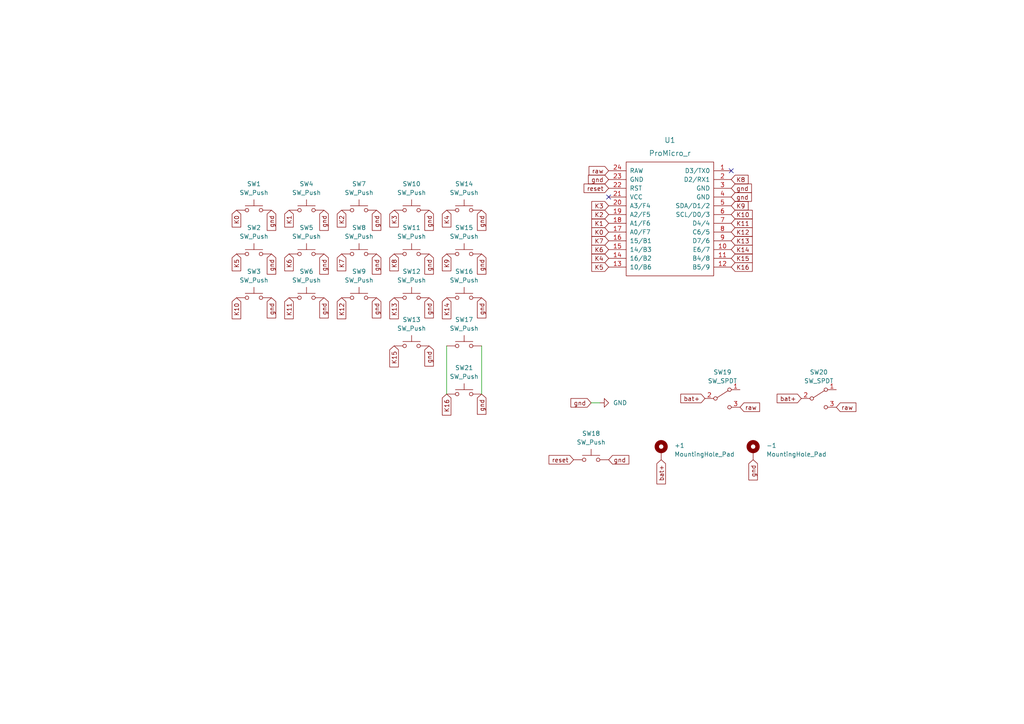
<source format=kicad_sch>
(kicad_sch (version 20210621) (generator eeschema)
  (paper "A4")
  (lib_symbols
    (symbol "Mechanical:MountingHole_Pad" (pin_numbers hide) (pin_names (offset 1.016) hide)
      (property "Reference" "H" (at 0 6.35 0))
      (property "Value" "MountingHole_Pad" (at 0 4.445 0))
      (symbol "MountingHole_Pad_0_1"
        (circle (center 0 1.27) (radius 1.27) (stroke (width 1.27)) (stroke (width 1.27)))
      )
      (symbol "MountingHole_Pad_1_1"
        (pin input line (at 0 -2.54 90) (length 2.54) (name "1") (number "1"))
      )
    )
    (symbol "Switch:SW_Push" (pin_numbers hide) (pin_names (offset 1.016) hide)
      (property "Reference" "SW" (at 1.27 2.54 0))
      (property "Value" "SW_Push" (at 0 -1.524 0))
      (symbol "SW_Push_0_1"
        (circle (center -2.032 0) (radius 0.508))
        (polyline (pts (xy 0 1.27) (xy 0 3.048)))
        (polyline (pts (xy 2.54 1.27) (xy -2.54 1.27)))
        (circle (center 2.032 0) (radius 0.508))
        (pin passive line (at -5.08 0 0) (length 2.54) (name "1") (number "1"))
        (pin passive line (at 5.08 0 180) (length 2.54) (name "2") (number "2"))
      )
    )
    (symbol "Switch:SW_SPDT" (pin_names (offset 0) hide)
      (property "Reference" "SW" (at 0 4.318 0))
      (property "Value" "SW_SPDT" (at 0 -5.08 0))
      (symbol "SW_SPDT_0_0"
        (circle (center -2.032 0) (radius 0.508))
        (circle (center 2.032 -2.54) (radius 0.508))
      )
      (symbol "SW_SPDT_0_1"
        (polyline (pts (xy -1.524 0.254) (xy 1.651 2.286)))
        (circle (center 2.032 2.54) (radius 0.508))
      )
      (symbol "SW_SPDT_1_1"
        (pin passive line (at 5.08 2.54 180) (length 2.54) (name "A") (number "1"))
        (pin passive line (at -5.08 0 0) (length 2.54) (name "B") (number "2"))
        (pin passive line (at 5.08 -2.54 180) (length 2.54) (name "C") (number "3"))
      )
    )
    (symbol "kbd:ProMicro_r" (pin_names (offset 1.016))
      (property "Reference" "U" (at 1.27 22.86 0))
      (property "Value" "ProMicro_r" (at 1.27 -15.24 0))
      (symbol "ProMicro_r_0_1"
        (rectangle (start 13.97 20.32) (end -11.43 -12.7))
      )
      (symbol "ProMicro_r_1_1"
        (pin bidirectional line (at 19.05 17.78 180) (length 5.08) (name "D3/TX0") (number "1"))
        (pin bidirectional line (at 19.05 -5.08 180) (length 5.08) (name "E6/7") (number "10"))
        (pin bidirectional line (at 19.05 -7.62 180) (length 5.08) (name "B4/8") (number "11"))
        (pin bidirectional line (at 19.05 -10.16 180) (length 5.08) (name "B5/9") (number "12"))
        (pin bidirectional line (at -16.51 -10.16 0) (length 5.08) (name "10/B6") (number "13"))
        (pin bidirectional line (at -16.51 -7.62 0) (length 5.08) (name "16/B2") (number "14"))
        (pin bidirectional line (at -16.51 -5.08 0) (length 5.08) (name "14/B3") (number "15"))
        (pin bidirectional line (at -16.51 -2.54 0) (length 5.08) (name "15/B1") (number "16"))
        (pin bidirectional line (at -16.51 0 0) (length 5.08) (name "A0/F7") (number "17"))
        (pin bidirectional line (at -16.51 2.54 0) (length 5.08) (name "A1/F6") (number "18"))
        (pin bidirectional line (at -16.51 5.08 0) (length 5.08) (name "A2/F5") (number "19"))
        (pin bidirectional line (at 19.05 15.24 180) (length 5.08) (name "D2/RX1") (number "2"))
        (pin bidirectional line (at -16.51 7.62 0) (length 5.08) (name "A3/F4") (number "20"))
        (pin power_in line (at -16.51 10.16 0) (length 5.08) (name "VCC") (number "21"))
        (pin input line (at -16.51 12.7 0) (length 5.08) (name "RST") (number "22"))
        (pin power_in line (at -16.51 15.24 0) (length 5.08) (name "GND") (number "23"))
        (pin power_out line (at -16.51 17.78 0) (length 5.08) (name "RAW") (number "24"))
        (pin power_in line (at 19.05 12.7 180) (length 5.08) (name "GND") (number "3"))
        (pin power_in line (at 19.05 10.16 180) (length 5.08) (name "GND") (number "4"))
        (pin bidirectional line (at 19.05 7.62 180) (length 5.08) (name "SDA/D1/2") (number "5"))
        (pin bidirectional line (at 19.05 5.08 180) (length 5.08) (name "SCL/D0/3") (number "6"))
        (pin bidirectional line (at 19.05 2.54 180) (length 5.08) (name "D4/4") (number "7"))
        (pin bidirectional line (at 19.05 0 180) (length 5.08) (name "C6/5") (number "8"))
        (pin bidirectional line (at 19.05 -2.54 180) (length 5.08) (name "D7/6") (number "9"))
      )
    )
    (symbol "power:GND" (power) (pin_names (offset 0))
      (property "Value" "GND" (at 0 -3.81 0))
      (symbol "GND_0_1"
        (polyline (pts (xy 0 0) (xy 0 -1.27) (xy 1.27 -1.27) (xy 0 -2.54) (xy -1.27 -1.27) (xy 0 -1.27)))
      )
      (symbol "GND_1_1"
        (pin power_in line (at 0 0 270) (length 0) hide (name "GND") (number "1"))
      )
    )
  )
  (no_connect (at 176.53 57.15))
  (no_connect (at 212.09 49.53))
  (wire (pts (xy 129.54 100.33) (xy 129.54 114.3)))
  (wire (pts (xy 139.7 100.33) (xy 139.7 114.3)))
  (wire (pts (xy 171.45 116.84) (xy 173.99 116.84)))
  (global_label "K0" (shape input) (at 68.58 60.96 270) (property "Intersheet References" "${INTERSHEET_REFS}" (effects hide)))
  (global_label "K5" (shape input) (at 68.58 73.66 270) (property "Intersheet References" "${INTERSHEET_REFS}" (effects hide)))
  (global_label "K10" (shape input) (at 68.58 86.36 270) (property "Intersheet References" "${INTERSHEET_REFS}" (effects hide)))
  (global_label "gnd" (shape input) (at 78.74 60.96 270) (property "Intersheet References" "${INTERSHEET_REFS}" (effects hide)))
  (global_label "gnd" (shape input) (at 78.74 73.66 270) (property "Intersheet References" "${INTERSHEET_REFS}" (effects hide)))
  (global_label "gnd" (shape input) (at 78.74 86.36 270) (property "Intersheet References" "${INTERSHEET_REFS}" (effects hide)))
  (global_label "K1" (shape input) (at 83.82 60.96 270) (property "Intersheet References" "${INTERSHEET_REFS}" (effects hide)))
  (global_label "K6" (shape input) (at 83.82 73.66 270) (property "Intersheet References" "${INTERSHEET_REFS}" (effects hide)))
  (global_label "K11" (shape input) (at 83.82 86.36 270) (property "Intersheet References" "${INTERSHEET_REFS}" (effects hide)))
  (global_label "gnd" (shape input) (at 93.98 60.96 270) (property "Intersheet References" "${INTERSHEET_REFS}" (effects hide)))
  (global_label "gnd" (shape input) (at 93.98 73.66 270) (property "Intersheet References" "${INTERSHEET_REFS}" (effects hide)))
  (global_label "gnd" (shape input) (at 93.98 86.36 270) (property "Intersheet References" "${INTERSHEET_REFS}" (effects hide)))
  (global_label "K2" (shape input) (at 99.06 60.96 270) (property "Intersheet References" "${INTERSHEET_REFS}" (effects hide)))
  (global_label "K7" (shape input) (at 99.06 73.66 270) (property "Intersheet References" "${INTERSHEET_REFS}" (effects hide)))
  (global_label "K12" (shape input) (at 99.06 86.36 270) (property "Intersheet References" "${INTERSHEET_REFS}" (effects hide)))
  (global_label "gnd" (shape input) (at 109.22 60.96 270) (property "Intersheet References" "${INTERSHEET_REFS}" (effects hide)))
  (global_label "gnd" (shape input) (at 109.22 73.66 270) (property "Intersheet References" "${INTERSHEET_REFS}" (effects hide)))
  (global_label "gnd" (shape input) (at 109.22 86.36 270) (property "Intersheet References" "${INTERSHEET_REFS}" (effects hide)))
  (global_label "K3" (shape input) (at 114.3 60.96 270) (property "Intersheet References" "${INTERSHEET_REFS}" (effects hide)))
  (global_label "K8" (shape input) (at 114.3 73.66 270) (property "Intersheet References" "${INTERSHEET_REFS}" (effects hide)))
  (global_label "K13" (shape input) (at 114.3 86.36 270) (property "Intersheet References" "${INTERSHEET_REFS}" (effects hide)))
  (global_label "K15" (shape input) (at 114.3 100.33 270) (property "Intersheet References" "${INTERSHEET_REFS}" (effects hide)))
  (global_label "gnd" (shape input) (at 124.46 60.96 270) (property "Intersheet References" "${INTERSHEET_REFS}" (effects hide)))
  (global_label "gnd" (shape input) (at 124.46 73.66 270) (property "Intersheet References" "${INTERSHEET_REFS}" (effects hide)))
  (global_label "gnd" (shape input) (at 124.46 86.36 270) (property "Intersheet References" "${INTERSHEET_REFS}" (effects hide)))
  (global_label "gnd" (shape input) (at 124.46 100.33 270) (property "Intersheet References" "${INTERSHEET_REFS}" (effects hide)))
  (global_label "K4" (shape input) (at 129.54 60.96 270) (property "Intersheet References" "${INTERSHEET_REFS}" (effects hide)))
  (global_label "K9" (shape input) (at 129.54 73.66 270) (property "Intersheet References" "${INTERSHEET_REFS}" (effects hide)))
  (global_label "K14" (shape input) (at 129.54 86.36 270) (property "Intersheet References" "${INTERSHEET_REFS}" (effects hide)))
  (global_label "K16" (shape input) (at 129.54 114.3 270) (property "Intersheet References" "${INTERSHEET_REFS}" (effects hide)))
  (global_label "gnd" (shape input) (at 139.7 60.96 270) (property "Intersheet References" "${INTERSHEET_REFS}" (effects hide)))
  (global_label "gnd" (shape input) (at 139.7 73.66 270) (property "Intersheet References" "${INTERSHEET_REFS}" (effects hide)))
  (global_label "gnd" (shape input) (at 139.7 86.36 270) (property "Intersheet References" "${INTERSHEET_REFS}" (effects hide)))
  (global_label "gnd" (shape input) (at 139.7 114.3 270) (property "Intersheet References" "${INTERSHEET_REFS}" (effects hide)))
  (global_label "reset" (shape input) (at 166.37 133.35 180) (property "Intersheet References" "${INTERSHEET_REFS}" (effects hide)))
  (global_label "gnd" (shape input) (at 171.45 116.84 180) (property "Intersheet References" "${INTERSHEET_REFS}" (effects hide)))
  (global_label "raw" (shape input) (at 176.53 49.53 180) (property "Intersheet References" "${INTERSHEET_REFS}" (effects hide)))
  (global_label "gnd" (shape input) (at 176.53 52.07 180) (property "Intersheet References" "${INTERSHEET_REFS}" (effects hide)))
  (global_label "reset" (shape input) (at 176.53 54.61 180) (property "Intersheet References" "${INTERSHEET_REFS}" (effects hide)))
  (global_label "K3" (shape input) (at 176.53 59.69 180) (property "Intersheet References" "${INTERSHEET_REFS}" (effects hide)))
  (global_label "K2" (shape input) (at 176.53 62.23 180) (property "Intersheet References" "${INTERSHEET_REFS}" (effects hide)))
  (global_label "K1" (shape input) (at 176.53 64.77 180) (property "Intersheet References" "${INTERSHEET_REFS}" (effects hide)))
  (global_label "K0" (shape input) (at 176.53 67.31 180) (property "Intersheet References" "${INTERSHEET_REFS}" (effects hide)))
  (global_label "K7" (shape input) (at 176.53 69.85 180) (property "Intersheet References" "${INTERSHEET_REFS}" (effects hide)))
  (global_label "K6" (shape input) (at 176.53 72.39 180) (property "Intersheet References" "${INTERSHEET_REFS}" (effects hide)))
  (global_label "K4" (shape input) (at 176.53 74.93 180) (property "Intersheet References" "${INTERSHEET_REFS}" (effects hide)))
  (global_label "K5" (shape input) (at 176.53 77.47 180) (property "Intersheet References" "${INTERSHEET_REFS}" (effects hide)))
  (global_label "gnd" (shape input) (at 176.53 133.35 0) (property "Intersheet References" "${INTERSHEET_REFS}" (effects hide)))
  (global_label "bat+" (shape input) (at 191.77 133.35 270) (property "Intersheet References" "${INTERSHEET_REFS}" (effects hide)))
  (global_label "bat+" (shape input) (at 204.47 115.57 180) (property "Intersheet References" "${INTERSHEET_REFS}" (effects hide)))
  (global_label "K8" (shape input) (at 212.09 52.07 0) (property "Intersheet References" "${INTERSHEET_REFS}" (effects hide)))
  (global_label "gnd" (shape input) (at 212.09 54.61 0) (property "Intersheet References" "${INTERSHEET_REFS}" (effects hide)))
  (global_label "gnd" (shape input) (at 212.09 57.15 0) (property "Intersheet References" "${INTERSHEET_REFS}" (effects hide)))
  (global_label "K9" (shape input) (at 212.09 59.69 0) (property "Intersheet References" "${INTERSHEET_REFS}" (effects hide)))
  (global_label "K10" (shape input) (at 212.09 62.23 0) (property "Intersheet References" "${INTERSHEET_REFS}" (effects hide)))
  (global_label "K11" (shape input) (at 212.09 64.77 0) (property "Intersheet References" "${INTERSHEET_REFS}" (effects hide)))
  (global_label "K12" (shape input) (at 212.09 67.31 0) (property "Intersheet References" "${INTERSHEET_REFS}" (effects hide)))
  (global_label "K13" (shape input) (at 212.09 69.85 0) (property "Intersheet References" "${INTERSHEET_REFS}" (effects hide)))
  (global_label "K14" (shape input) (at 212.09 72.39 0) (property "Intersheet References" "${INTERSHEET_REFS}" (effects hide)))
  (global_label "K15" (shape input) (at 212.09 74.93 0) (property "Intersheet References" "${INTERSHEET_REFS}" (effects hide)))
  (global_label "K16" (shape input) (at 212.09 77.47 0) (property "Intersheet References" "${INTERSHEET_REFS}" (effects hide)))
  (global_label "raw" (shape input) (at 214.63 118.11 0) (property "Intersheet References" "${INTERSHEET_REFS}" (effects hide)))
  (global_label "gnd" (shape input) (at 218.44 133.35 270) (property "Intersheet References" "${INTERSHEET_REFS}" (effects hide)))
  (global_label "bat+" (shape input) (at 232.41 115.57 180) (property "Intersheet References" "${INTERSHEET_REFS}" (effects hide)))
  (global_label "raw" (shape input) (at 242.57 118.11 0) (property "Intersheet References" "${INTERSHEET_REFS}" (effects hide)))
  (symbol (lib_id "power:GND") (at 173.99 116.84 90) (unit 1)
    (property "Reference" "#PWR0101" (effects hide))
    (property "Value" "GND" (at 177.8 116.8399 90) (effects (justify right)))
  )
  (symbol (lib_id "Mechanical:MountingHole_Pad") (at 191.77 130.81 0) (unit 1)
    (property "Reference" "+1" (at 195.58 129.2224 0) (effects (justify left)))
    (property "Value" "MountingHole_Pad" (at 195.58 131.7624 0) (effects (justify left)))
    (property "Footprint" "kbd:1pin_conn" (effects hide))
  )
  (symbol (lib_id "Mechanical:MountingHole_Pad") (at 218.44 130.81 0) (unit 1)
    (property "Reference" "-1" (at 222.25 129.2224 0) (effects (justify left)))
    (property "Value" "MountingHole_Pad" (at 222.25 131.7624 0) (effects (justify left)))
    (property "Footprint" "kbd:1pin_conn" (effects hide))
  )
  (symbol (lib_id "Switch:SW_Push") (at 73.66 60.96 0) (unit 1)
    (property "Reference" "SW1" (at 73.66 53.34 0))
    (property "Value" "SW_Push" (at 73.66 55.88 0))
    (property "Footprint" "keyswitches:Kailh_socket_PG1350_optional_reversible" (effects hide))
  )
  (symbol (lib_id "Switch:SW_Push") (at 73.66 73.66 0) (unit 1)
    (property "Reference" "SW2" (at 73.66 66.04 0))
    (property "Value" "SW_Push" (at 73.66 68.58 0))
    (property "Footprint" "keyswitches:Kailh_socket_PG1350_optional_reversible" (effects hide))
  )
  (symbol (lib_id "Switch:SW_Push") (at 73.66 86.36 0) (unit 1)
    (property "Reference" "SW3" (at 73.66 78.74 0))
    (property "Value" "SW_Push" (at 73.66 81.28 0))
    (property "Footprint" "keyswitches:Kailh_socket_PG1350_optional_reversible" (effects hide))
  )
  (symbol (lib_id "Switch:SW_Push") (at 88.9 60.96 0) (unit 1)
    (property "Reference" "SW4" (at 88.9 53.34 0))
    (property "Value" "SW_Push" (at 88.9 55.88 0))
    (property "Footprint" "keyswitches:Kailh_socket_PG1350_optional_reversible" (effects hide))
  )
  (symbol (lib_id "Switch:SW_Push") (at 88.9 73.66 0) (unit 1)
    (property "Reference" "SW5" (at 88.9 66.04 0))
    (property "Value" "SW_Push" (at 88.9 68.58 0))
    (property "Footprint" "keyswitches:Kailh_socket_PG1350_optional_reversible" (effects hide))
  )
  (symbol (lib_id "Switch:SW_Push") (at 88.9 86.36 0) (unit 1)
    (property "Reference" "SW6" (at 88.9 78.74 0))
    (property "Value" "SW_Push" (at 88.9 81.28 0))
    (property "Footprint" "keyswitches:Kailh_socket_PG1350_optional_reversible" (effects hide))
  )
  (symbol (lib_id "Switch:SW_Push") (at 104.14 60.96 0) (unit 1)
    (property "Reference" "SW7" (at 104.14 53.34 0))
    (property "Value" "SW_Push" (at 104.14 55.88 0))
    (property "Footprint" "keyswitches:Kailh_socket_PG1350_optional_reversible" (effects hide))
  )
  (symbol (lib_id "Switch:SW_Push") (at 104.14 73.66 0) (unit 1)
    (property "Reference" "SW8" (at 104.14 66.04 0))
    (property "Value" "SW_Push" (at 104.14 68.58 0))
    (property "Footprint" "keyswitches:Kailh_socket_PG1350_optional_reversible" (effects hide))
  )
  (symbol (lib_id "Switch:SW_Push") (at 104.14 86.36 0) (unit 1)
    (property "Reference" "SW9" (at 104.14 78.74 0))
    (property "Value" "SW_Push" (at 104.14 81.28 0))
    (property "Footprint" "keyswitches:Kailh_socket_PG1350_optional_reversible" (effects hide))
  )
  (symbol (lib_id "Switch:SW_Push") (at 119.38 60.96 0) (unit 1)
    (property "Reference" "SW10" (at 119.38 53.34 0))
    (property "Value" "SW_Push" (at 119.38 55.88 0))
    (property "Footprint" "keyswitches:Kailh_socket_PG1350_optional_reversible" (effects hide))
  )
  (symbol (lib_id "Switch:SW_Push") (at 119.38 73.66 0) (unit 1)
    (property "Reference" "SW11" (at 119.38 66.04 0))
    (property "Value" "SW_Push" (at 119.38 68.58 0))
    (property "Footprint" "keyswitches:Kailh_socket_PG1350_optional_reversible" (effects hide))
  )
  (symbol (lib_id "Switch:SW_Push") (at 119.38 86.36 0) (unit 1)
    (property "Reference" "SW12" (at 119.38 78.74 0))
    (property "Value" "SW_Push" (at 119.38 81.28 0))
    (property "Footprint" "keyswitches:Kailh_socket_PG1350_optional_reversible" (effects hide))
  )
  (symbol (lib_id "Switch:SW_Push") (at 119.38 100.33 0) (unit 1)
    (property "Reference" "SW13" (at 119.38 92.71 0))
    (property "Value" "SW_Push" (at 119.38 95.25 0))
    (property "Footprint" "keyswitches:Kailh_socket_PG1350_optional_reversible" (effects hide))
  )
  (symbol (lib_id "Switch:SW_Push") (at 134.62 60.96 0) (unit 1)
    (property "Reference" "SW14" (at 134.62 53.34 0))
    (property "Value" "SW_Push" (at 134.62 55.88 0))
    (property "Footprint" "keyswitches:Kailh_socket_PG1350_optional_reversible" (effects hide))
  )
  (symbol (lib_id "Switch:SW_Push") (at 134.62 73.66 0) (unit 1)
    (property "Reference" "SW15" (at 134.62 66.04 0))
    (property "Value" "SW_Push" (at 134.62 68.58 0))
    (property "Footprint" "keyswitches:Kailh_socket_PG1350_optional_reversible" (effects hide))
  )
  (symbol (lib_id "Switch:SW_Push") (at 134.62 86.36 0) (unit 1)
    (property "Reference" "SW16" (at 134.62 78.74 0))
    (property "Value" "SW_Push" (at 134.62 81.28 0))
    (property "Footprint" "keyswitches:Kailh_socket_PG1350_optional_reversible" (effects hide))
  )
  (symbol (lib_id "Switch:SW_Push") (at 134.62 100.33 0) (unit 1)
    (property "Reference" "SW17" (at 134.62 92.71 0))
    (property "Value" "SW_Push" (at 134.62 95.25 0))
    (property "Footprint" "keyswitches:Kailh_socket_PG1350_optional_reversible" (effects hide))
  )
  (symbol (lib_id "Switch:SW_Push") (at 134.62 114.3 0) (unit 1)
    (property "Reference" "SW21" (at 134.62 106.68 0))
    (property "Value" "SW_Push" (at 134.62 109.22 0))
    (property "Footprint" "keyswitches:Kailh_socket_PG1350_optional_reversible" (effects hide))
  )
  (symbol (lib_id "Switch:SW_Push") (at 171.45 133.35 0) (unit 1)
    (property "Reference" "SW18" (at 171.45 125.73 0))
    (property "Value" "SW_Push" (at 171.45 128.27 0))
    (property "Footprint" "kbd:ResetSW" (effects hide))
  )
  (symbol (lib_id "Switch:SW_SPDT") (at 209.55 115.57 0) (unit 1)
    (property "Reference" "SW19" (at 209.55 107.95 0))
    (property "Value" "SW_SPDT" (at 209.55 110.49 0))
    (property "Footprint" "Button_Switch_SMD:SW_SPDT_PCM12" (effects hide))
  )
  (symbol (lib_id "Switch:SW_SPDT") (at 237.49 115.57 0) (unit 1)
    (property "Reference" "SW20" (at 237.49 107.95 0))
    (property "Value" "SW_SPDT" (at 237.49 110.49 0))
    (property "Footprint" "Button_Switch_SMD:SW_SPDT_PCM12" (effects hide))
  )
  (symbol (lib_id "kbd:ProMicro_r") (at 193.04 67.31 0) (unit 1)
    (property "Reference" "U1" (at 194.31 40.64 0) (effects (font (size 1.524 1.524))))
    (property "Value" "ProMicro_r" (at 194.31 44.45 0) (effects (font (size 1.524 1.524))))
    (property "Footprint" "kbd:ProMicro_v3.5" (effects hide))
  )
)
</source>
